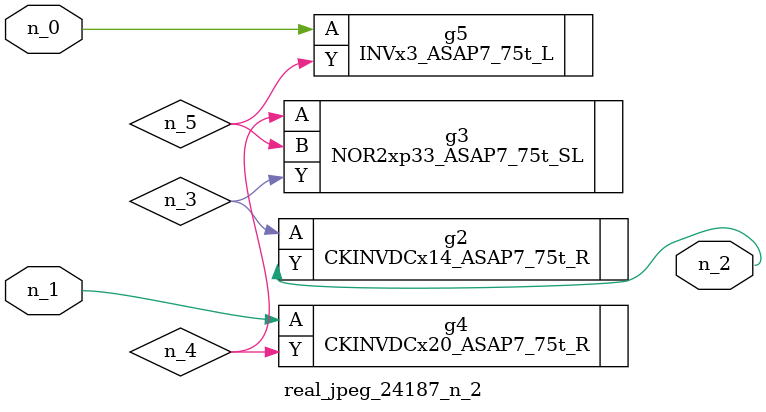
<source format=v>
module real_jpeg_24187_n_2 (n_1, n_0, n_2);

input n_1;
input n_0;

output n_2;

wire n_5;
wire n_4;
wire n_3;

INVx3_ASAP7_75t_L g5 ( 
.A(n_0),
.Y(n_5)
);

CKINVDCx20_ASAP7_75t_R g4 ( 
.A(n_1),
.Y(n_4)
);

CKINVDCx14_ASAP7_75t_R g2 ( 
.A(n_3),
.Y(n_2)
);

NOR2xp33_ASAP7_75t_SL g3 ( 
.A(n_4),
.B(n_5),
.Y(n_3)
);


endmodule
</source>
